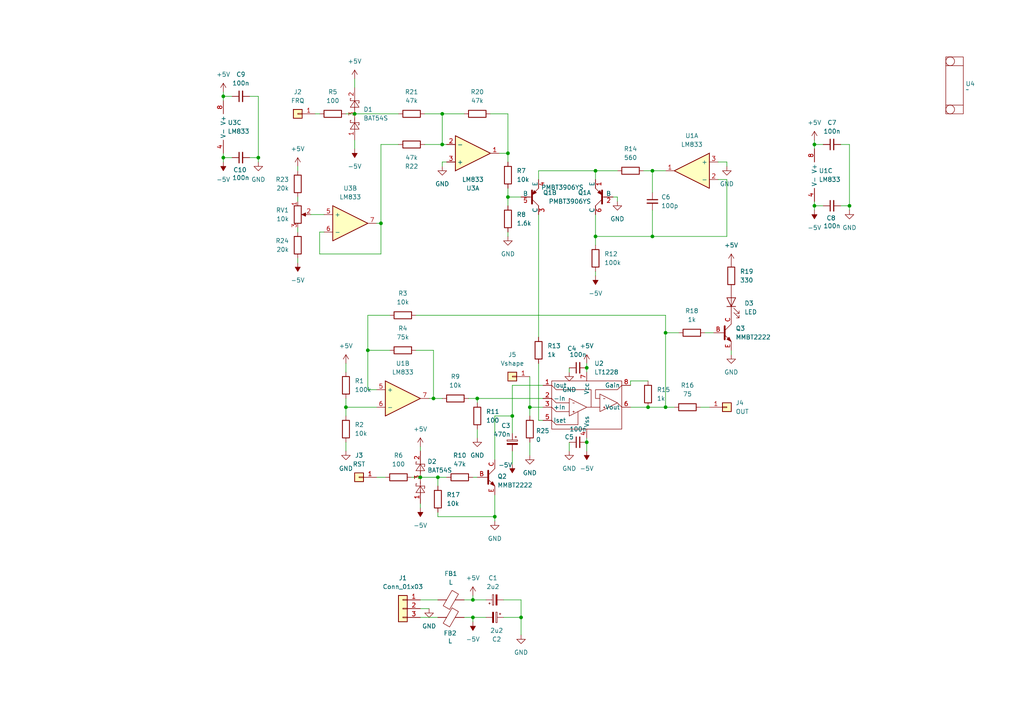
<source format=kicad_sch>
(kicad_sch (version 20231120) (generator "eeschema") (generator_version "8.0")
  (paper "A4")
  (lib_symbols
    (symbol "synkie_symbols:+5V" (power) (pin_names (offset 0))
      (property "Value" "+5V" (at 0 3.556 0))
      (symbol "+5V_0_1"
        (polyline (pts (xy -0.762 1.27) (xy 0 2.54)))
        (polyline (pts (xy 0 0) (xy 0 2.54)))
        (polyline (pts (xy 0 2.54) (xy 0.762 1.27)))
      )
      (symbol "+5V_1_1"
        (pin power_in line (at 0 0 90) (length 0) hide (name "+5V") (number "1"))
      )
    )
    (symbol "synkie_symbols:-5V" (power) (pin_names (offset 0))
      (property "Value" "-5V" (at 0 3.81 0))
      (symbol "-5V_0_0"
        (pin power_in line (at 0 0 90) (length 0) hide (name "-5V") (number "1"))
      )
      (symbol "-5V_0_1"
        (polyline (pts (xy 0 0) (xy 0 1.27) (xy 0.762 1.27) (xy 0 2.54) (xy -0.762 1.27) (xy 0 1.27)) (fill (type outline)))
      )
    )
    (symbol "synkie_symbols:BAT54S" (pin_names (offset 1.016))
      (property "Reference" "D" (at 0.635 -3.81 0))
      (property "Value" "BAT54S" (at -6.35 3.175 0))
      (symbol "BAT54S_0_1"
        (polyline (pts (xy -3.81 0) (xy -1.27 0)))
        (polyline (pts (xy -3.175 -1.27) (xy -3.175 -1.016)))
        (polyline (pts (xy -2.54 -1.27) (xy -3.175 -1.27)))
        (polyline (pts (xy -2.54 -1.27) (xy -2.54 1.27)))
        (polyline (pts (xy -2.54 1.27) (xy -1.905 1.27)))
        (polyline (pts (xy -1.905 0) (xy 1.905 0)))
        (polyline (pts (xy -1.905 1.27) (xy -1.905 1.016)))
        (polyline (pts (xy 1.27 0) (xy 3.81 0)))
        (polyline (pts (xy 3.175 -1.27) (xy 3.175 -1.016)))
        (polyline (pts (xy 3.81 -1.27) (xy 3.175 -1.27)))
        (polyline (pts (xy 3.81 -1.27) (xy 3.81 1.27)))
        (polyline (pts (xy 3.81 1.27) (xy 4.445 1.27)))
        (polyline (pts (xy 4.445 1.27) (xy 4.445 1.016)))
        (polyline (pts (xy -4.445 1.27) (xy -4.445 -1.27) (xy -2.54 0) (xy -4.445 1.27)))
        (polyline (pts (xy 1.905 1.27) (xy 1.905 -1.27) (xy 3.81 0) (xy 1.905 1.27)))
      )
      (symbol "BAT54S_1_1"
        (pin passive line (at -7.62 0 0) (length 3.81) (name "~") (number "1"))
        (pin passive line (at 7.62 0 180) (length 3.81) (name "~") (number "2"))
        (pin passive line (at 0 0 0) (length 0) (name "~") (number "3"))
      )
    )
    (symbol "synkie_symbols:CP_Small" (pin_numbers hide) (pin_names (offset 0.254) hide)
      (property "Reference" "C" (at 0.254 1.778 0))
      (property "Value" "CP_Small" (at 0.254 -2.032 0))
      (symbol "CP_Small_0_1"
        (rectangle (start -1.524 -0.3048) (end 1.524 -0.6858) (fill (type outline)))
        (rectangle (start -1.524 0.6858) (end 1.524 0.3048))
        (polyline (pts (xy -1.27 1.524) (xy -0.762 1.524)))
        (polyline (pts (xy -1.016 1.27) (xy -1.016 1.778)))
      )
      (symbol "CP_Small_1_1"
        (pin passive line (at 0 2.54 270) (length 1.8542) (name "~") (number "1"))
        (pin passive line (at 0 -2.54 90) (length 1.8542) (name "~") (number "2"))
      )
    )
    (symbol "synkie_symbols:C_Small" (pin_numbers hide) (pin_names (offset 0.254) hide)
      (property "Reference" "C" (at 0.254 1.778 0))
      (property "Value" "C_Small" (at 0.254 -2.032 0))
      (symbol "C_Small_0_1"
        (polyline (pts (xy -1.524 -0.508) (xy 1.524 -0.508)) (stroke (width 0.3302)))
        (polyline (pts (xy -1.524 0.508) (xy 1.524 0.508)) (stroke (width 0.3048)))
      )
      (symbol "C_Small_1_1"
        (pin passive line (at 0 2.54 270) (length 2.032) (name "~") (number "1"))
        (pin passive line (at 0 -2.54 90) (length 2.032) (name "~") (number "2"))
      )
    )
    (symbol "synkie_symbols:Conn_01x01" (pin_names (offset 1.016) hide)
      (property "Reference" "J" (at 0 2.54 0))
      (property "Value" "Conn_01x01" (at 0 -2.54 0))
      (symbol "Conn_01x01_1_1"
        (rectangle (start -1.27 0.127) (end 0 -0.127) (stroke (width 0.1524)))
        (rectangle (start -1.27 1.27) (end 1.27 -1.27) (stroke (width 0.254)) (fill (type background)))
        (pin passive line (at -5.08 0 0) (length 3.81) (name "Pin_1") (number "1"))
      )
    )
    (symbol "synkie_symbols:Conn_01x03" (pin_names (offset 1.016) hide)
      (property "Reference" "J" (at 0 5.08 0))
      (property "Value" "Conn_01x03" (at 0 -5.08 0))
      (symbol "Conn_01x03_1_1"
        (rectangle (start -1.27 -2.413) (end 0 -2.667) (stroke (width 0.1524)))
        (rectangle (start -1.27 0.127) (end 0 -0.127) (stroke (width 0.1524)))
        (rectangle (start -1.27 2.667) (end 0 2.413) (stroke (width 0.1524)))
        (rectangle (start -1.27 3.81) (end 1.27 -3.81) (stroke (width 0.254)) (fill (type background)))
        (pin passive line (at -5.08 2.54 0) (length 3.81) (name "Pin_1") (number "1"))
        (pin passive line (at -5.08 0 0) (length 3.81) (name "Pin_2") (number "2"))
        (pin passive line (at -5.08 -2.54 0) (length 3.81) (name "Pin_3") (number "3"))
      )
    )
    (symbol "synkie_symbols:Ferrite_Bead" (pin_numbers hide) (pin_names (offset 0))
      (property "Reference" "FB" (at -3.81 0.635 90))
      (property "Value" "Ferrite_Bead" (at 3.81 0 90))
      (symbol "Ferrite_Bead_0_1"
        (polyline (pts (xy 0 -1.27) (xy 0 -1.2192)))
        (polyline (pts (xy 0 1.27) (xy 0 1.2954)))
        (polyline (pts (xy -2.7686 0.4064) (xy -1.7018 2.2606) (xy 2.7686 -0.3048) (xy 1.6764 -2.159) (xy -2.7686 0.4064)))
      )
      (symbol "Ferrite_Bead_1_1"
        (pin passive line (at 0 3.81 270) (length 2.54) (name "~") (number "1"))
        (pin passive line (at 0 -3.81 90) (length 2.54) (name "~") (number "2"))
      )
    )
    (symbol "synkie_symbols:Frontplate"
      (property "Reference" "U" (at -0.762 -14.224 0))
      (symbol "Frontplate_0_1"
        (rectangle (start -1.27 3.81) (end 3.81 -12.7))
        (circle (center 0 -11.43) (radius 1.27))
        (polyline (pts (xy -1.27 -10.16) (xy 3.81 -10.16)))
        (polyline (pts (xy -1.27 1.27) (xy 3.81 1.27)))
        (circle (center 0 2.54) (radius 1.27))
      )
    )
    (symbol "synkie_symbols:GND" (power) (pin_names (offset 0))
      (property "Value" "GND" (at 0 -3.81 0))
      (symbol "GND_0_1"
        (polyline (pts (xy 0 0) (xy 0 -1.27) (xy 1.27 -1.27) (xy 0 -2.54) (xy -1.27 -1.27) (xy 0 -1.27)))
      )
      (symbol "GND_1_1"
        (pin power_in line (at 0 0 270) (length 0) hide (name "GND") (number "1"))
      )
    )
    (symbol "synkie_symbols:LED" (pin_numbers hide) (pin_names (offset 1.016) hide)
      (property "Reference" "D" (at 0 2.54 0))
      (property "Value" "LED" (at 0 -2.54 0))
      (symbol "LED_0_1"
        (polyline (pts (xy -1.27 -1.27) (xy -1.27 1.27)) (stroke (width 0.2032)))
        (polyline (pts (xy -1.27 0) (xy 1.27 0)))
        (polyline (pts (xy 1.27 -1.27) (xy 1.27 1.27) (xy -1.27 0) (xy 1.27 -1.27)) (stroke (width 0.2032)))
        (polyline (pts (xy -3.048 -0.762) (xy -4.572 -2.286) (xy -3.81 -2.286) (xy -4.572 -2.286) (xy -4.572 -1.524)))
        (polyline (pts (xy -1.778 -0.762) (xy -3.302 -2.286) (xy -2.54 -2.286) (xy -3.302 -2.286) (xy -3.302 -1.524)))
      )
      (symbol "LED_1_1"
        (pin passive line (at -3.81 0 0) (length 2.54) (name "K") (number "1"))
        (pin passive line (at 3.81 0 180) (length 2.54) (name "A") (number "2"))
      )
    )
    (symbol "synkie_symbols:LT1228"
      (property "Reference" "U" (at -8.89 8.89 0))
      (property "Value" "LT1228" (at -6.35 -7.62 0))
      (symbol "LT1228_0_0"
        (rectangle (start -10.16 7.62) (end 10.16 -6.35))
        (text "+" (at -3.81 -1.27 0) (effects (font (size 0.635 0.635))))
        (text "+" (at 5.08 0 0) (effects (font (size 0.635 0.635))))
        (text "-" (at -3.81 1.27 0) (effects (font (size 0.635 0.635))))
        (text "-" (at 5.08 2.54 0) (effects (font (size 0.635 0.635))))
      )
      (symbol "LT1228_0_1"
        (polyline (pts (xy 8.89 1.27) (xy 10.16 0)))
        (polyline (pts (xy -10.16 0) (xy -8.89 -1.27) (xy -5.08 -1.27)))
        (polyline (pts (xy -10.16 2.54) (xy -8.89 1.27) (xy -5.08 1.27)))
        (polyline (pts (xy -10.16 -3.81) (xy -8.89 -5.08) (xy -2.54 -5.08) (xy -2.54 -1.27)))
        (polyline (pts (xy -5.08 2.54) (xy -5.08 -2.54) (xy 0 0) (xy -5.08 2.54)))
        (polyline (pts (xy 3.81 3.81) (xy 3.81 -1.27) (xy 8.89 1.27) (xy 3.81 3.81)))
        (polyline (pts (xy 10.16 6.35) (xy 8.89 5.08) (xy 2.54 5.08) (xy 2.54 2.54) (xy 3.81 2.54)))
        (polyline (pts (xy 3.81 0) (xy 0 0) (xy 1.27 0) (xy 1.27 5.08) (xy -8.89 5.08) (xy -10.16 6.35)))
      )
      (symbol "LT1228_1_1"
        (pin passive line (at -12.7 6.35 0) (length 2.54) (name "Iout") (number "1"))
        (pin input line (at -12.7 2.54 0) (length 2.54) (name "-In") (number "2"))
        (pin input line (at -12.7 0 0) (length 2.54) (name "+In") (number "3"))
        (pin power_in line (at 0 -8.89 90) (length 2.54) (name "Vss") (number "4"))
        (pin input line (at -12.7 -3.81 0) (length 2.54) (name "Iset") (number "5"))
        (pin output line (at 12.7 0 180) (length 2.54) (name "Vout") (number "6"))
        (pin power_in line (at 0 10.16 270) (length 2.54) (name "Vcc") (number "7"))
        (pin input line (at 12.7 6.35 180) (length 2.54) (name "Gain") (number "8"))
      )
    )
    (symbol "synkie_symbols:Opamp_Dual_Generic"
      (property "Reference" "U" (at 0 5.08 0))
      (property "Value" "Opamp_Dual_Generic" (at 0 -5.08 0))
      (symbol "Opamp_Dual_Generic_1_1"
        (polyline (pts (xy -5.08 5.08) (xy 5.08 0) (xy -5.08 -5.08) (xy -5.08 5.08)) (stroke (width 0.254)) (fill (type background)))
        (pin output line (at 7.62 0 180) (length 2.54) (name "~") (number "1"))
        (pin input line (at -7.62 -2.54 0) (length 2.54) (name "-") (number "2"))
        (pin input line (at -7.62 2.54 0) (length 2.54) (name "+") (number "3"))
      )
      (symbol "Opamp_Dual_Generic_2_1"
        (polyline (pts (xy -5.08 5.08) (xy 5.08 0) (xy -5.08 -5.08) (xy -5.08 5.08)) (stroke (width 0.254)) (fill (type background)))
        (pin input line (at -7.62 2.54 0) (length 2.54) (name "+") (number "5"))
        (pin input line (at -7.62 -2.54 0) (length 2.54) (name "-") (number "6"))
        (pin output line (at 7.62 0 180) (length 2.54) (name "~") (number "7"))
      )
      (symbol "Opamp_Dual_Generic_3_1"
        (pin power_in line (at -2.54 -7.62 90) (length 3.81) (name "V-") (number "4"))
        (pin power_in line (at -2.54 7.62 270) (length 3.81) (name "V+") (number "8"))
      )
    )
    (symbol "synkie_symbols:PMBT3906YS" (pin_names (offset 0))
      (property "Reference" "Q" (at -3.81 3.81 0))
      (property "Value" "PMBT3906YS" (at 4.445 0 90))
      (symbol "PMBT3906YS_0_1"
        (polyline (pts (xy -1.27 0) (xy -0.635 0)))
        (polyline (pts (xy -0.635 0.635) (xy 1.27 2.54)))
        (polyline (pts (xy -0.635 1.905) (xy -0.635 -1.905)) (stroke (width 0.508)))
        (polyline (pts (xy 1.27 -2.54) (xy -0.635 -0.635)))
        (polyline (pts (xy 0.635 -1.27) (xy 0 -1.905) (xy -0.635 -0.635) (xy 0.635 -1.27)) (fill (type outline)))
      )
      (symbol "PMBT3906YS_1_1"
        (pin passive line (at 1.27 -5.08 90) (length 2.54) (name "E") (number "1"))
        (pin input line (at -3.81 0 0) (length 2.54) (name "B") (number "2"))
        (pin passive line (at 1.27 5.08 270) (length 2.54) (name "C") (number "6"))
      )
      (symbol "PMBT3906YS_2_1"
        (pin passive line (at 1.27 5.08 270) (length 2.54) (name "C") (number "3"))
        (pin passive line (at 1.27 -5.08 90) (length 2.54) (name "E") (number "4"))
        (pin input line (at -3.81 0 0) (length 2.54) (name "B") (number "5"))
      )
    )
    (symbol "synkie_symbols:R" (pin_numbers hide) (pin_names (offset 0))
      (property "Reference" "R" (at 2.032 0 90))
      (property "Value" "R" (at 0 0 90))
      (symbol "R_0_1"
        (rectangle (start -1.016 -2.54) (end 1.016 2.54) (stroke (width 0.254)))
      )
      (symbol "R_1_1"
        (pin passive line (at 0 3.81 270) (length 1.27) (name "~") (number "1"))
        (pin passive line (at 0 -3.81 90) (length 1.27) (name "~") (number "2"))
      )
    )
    (symbol "synkie_symbols:R_POT" (pin_names (offset 1.016) hide)
      (property "Reference" "RV" (at -4.445 0 90))
      (property "Value" "R_POT" (at -2.54 0 90))
      (symbol "R_POT_0_1"
        (polyline (pts (xy 2.54 0) (xy 1.524 0)))
        (polyline (pts (xy 1.143 0) (xy 2.286 0.508) (xy 2.286 -0.508) (xy 1.143 0)) (fill (type outline)))
        (rectangle (start 1.016 2.54) (end -1.016 -2.54) (stroke (width 0.254)))
      )
      (symbol "R_POT_1_1"
        (pin passive line (at 0 3.81 270) (length 1.27) (name "1") (number "1"))
        (pin passive line (at 3.81 0 180) (length 1.27) (name "2") (number "2"))
        (pin passive line (at 0 -3.81 90) (length 1.27) (name "3") (number "3"))
      )
    )
    (symbol "synkie_symbols:Trans_NPN_Generic" (pin_names (offset 0) hide)
      (property "Reference" "Q" (at 2.54 1.27 0))
      (property "Value" "Trans_NPN_Generic" (at 10.16 -1.27 0))
      (symbol "Trans_NPN_Generic_1_1"
        (polyline (pts (xy -1.27 0) (xy -0.635 0)))
        (polyline (pts (xy -0.635 0.635) (xy 1.27 2.54)))
        (polyline (pts (xy -0.635 1.905) (xy -0.635 -1.905)) (stroke (width 0.508)))
        (polyline (pts (xy 1.27 -2.54) (xy -0.635 -0.635)))
        (polyline (pts (xy 0 -1.905) (xy 0.635 -1.27) (xy 1.27 -2.54) (xy 0 -1.905)) (fill (type outline)))
        (pin input line (at -3.81 0 0) (length 2.54) (name "B") (number "B"))
        (pin passive line (at 1.27 5.08 270) (length 2.54) (name "C") (number "C"))
        (pin passive line (at 1.27 -5.08 90) (length 2.54) (name "E") (number "E"))
      )
    )
  )
  (junction (at 64.77 27.94))
  (junction (at 110.49 64.77))
  (junction (at 102.87 33.02))
  (junction (at 74.93 45.72))
  (junction (at 193.04 96.52))
  (junction (at 147.32 44.45))
  (junction (at 151.13 179.07))
  (junction (at 187.96 118.11))
  (junction (at 121.92 138.43))
  (junction (at 148.59 120.65))
  (junction (at 189.23 68.58))
  (junction (at 137.16 173.99))
  (junction (at 137.16 179.07))
  (junction (at 147.32 57.15))
  (junction (at 153.67 118.11))
  (junction (at 236.22 59.69))
  (junction (at 193.04 118.11))
  (junction (at 106.68 101.6))
  (junction (at 128.27 41.91))
  (junction (at 246.38 59.69))
  (junction (at 170.18 106.68))
  (junction (at 143.51 149.86))
  (junction (at 172.72 49.53))
  (junction (at 189.23 49.53))
  (junction (at 170.18 128.27))
  (junction (at 127 138.43))
  (junction (at 125.73 115.57))
  (junction (at 128.27 33.02))
  (junction (at 138.43 115.57))
  (junction (at 100.33 118.11))
  (junction (at 172.72 68.58))
  (junction (at 236.22 41.91))
  (junction (at 64.77 45.72))
  (wire (pts (xy 172.72 68.58) (xy 172.72 71.12)))
  (wire (pts (xy 125.73 115.57) (xy 125.73 101.6)))
  (wire (pts (xy 172.72 49.53) (xy 156.21 49.53)))
  (wire (pts (xy 189.23 49.53) (xy 193.04 49.53)))
  (wire (pts (xy 123.19 33.02) (xy 128.27 33.02)))
  (wire (pts (xy 100.33 118.11) (xy 109.22 118.11)))
  (wire (pts (xy 182.88 110.49) (xy 182.88 111.76)))
  (wire (pts (xy 236.22 59.69) (xy 238.76 59.69)))
  (wire (pts (xy 151.13 179.07) (xy 151.13 184.15)))
  (wire (pts (xy 151.13 173.99) (xy 151.13 179.07)))
  (wire (pts (xy 64.77 27.94) (xy 64.77 29.21)))
  (wire (pts (xy 148.59 111.76) (xy 157.48 111.76)))
  (wire (pts (xy 64.77 45.72) (xy 67.31 45.72)))
  (wire (pts (xy 109.22 138.43) (xy 111.76 138.43)))
  (wire (pts (xy 246.38 41.91) (xy 246.38 59.69)))
  (wire (pts (xy 72.39 27.94) (xy 74.93 27.94)))
  (wire (pts (xy 210.82 46.99) (xy 210.82 48.26)))
  (wire (pts (xy 144.78 44.45) (xy 147.32 44.45)))
  (wire (pts (xy 193.04 91.44) (xy 193.04 96.52)))
  (wire (pts (xy 246.38 59.69) (xy 246.38 60.96)))
  (wire (pts (xy 100.33 115.57) (xy 100.33 118.11)))
  (wire (pts (xy 64.77 26.67) (xy 64.77 27.94)))
  (wire (pts (xy 124.46 115.57) (xy 125.73 115.57)))
  (wire (pts (xy 170.18 106.68) (xy 170.18 107.95)))
  (wire (pts (xy 236.22 58.42) (xy 236.22 59.69)))
  (wire (pts (xy 246.38 59.69) (xy 243.84 59.69)))
  (wire (pts (xy 106.68 101.6) (xy 106.68 91.44)))
  (wire (pts (xy 147.32 44.45) (xy 147.32 46.99)))
  (wire (pts (xy 193.04 96.52) (xy 196.85 96.52)))
  (wire (pts (xy 125.73 101.6) (xy 120.65 101.6)))
  (wire (pts (xy 182.88 118.11) (xy 187.96 118.11)))
  (wire (pts (xy 64.77 44.45) (xy 64.77 45.72)))
  (wire (pts (xy 165.1 128.27) (xy 165.1 130.81)))
  (wire (pts (xy 74.93 45.72) (xy 72.39 45.72)))
  (wire (pts (xy 92.71 73.66) (xy 110.49 73.66)))
  (wire (pts (xy 123.19 41.91) (xy 128.27 41.91)))
  (wire (pts (xy 100.33 128.27) (xy 100.33 130.81)))
  (wire (pts (xy 121.92 179.07) (xy 127 179.07)))
  (wire (pts (xy 110.49 73.66) (xy 110.49 64.77)))
  (wire (pts (xy 172.72 49.53) (xy 172.72 52.07)))
  (wire (pts (xy 212.09 101.6) (xy 212.09 102.87)))
  (wire (pts (xy 128.27 46.99) (xy 128.27 48.26)))
  (wire (pts (xy 64.77 27.94) (xy 67.31 27.94)))
  (wire (pts (xy 86.36 74.93) (xy 86.36 76.2)))
  (wire (pts (xy 93.98 67.31) (xy 92.71 67.31)))
  (wire (pts (xy 204.47 96.52) (xy 207.01 96.52)))
  (wire (pts (xy 165.1 106.68) (xy 165.1 107.95)))
  (wire (pts (xy 156.21 121.92) (xy 157.48 121.92)))
  (wire (pts (xy 147.32 33.02) (xy 147.32 44.45)))
  (wire (pts (xy 189.23 68.58) (xy 210.82 68.58)))
  (wire (pts (xy 91.44 33.02) (xy 92.71 33.02)))
  (wire (pts (xy 187.96 118.11) (xy 193.04 118.11)))
  (wire (pts (xy 121.92 173.99) (xy 127 173.99)))
  (wire (pts (xy 186.69 49.53) (xy 189.23 49.53)))
  (wire (pts (xy 127 148.59) (xy 127 149.86)))
  (wire (pts (xy 148.59 130.81) (xy 148.59 134.62)))
  (wire (pts (xy 172.72 68.58) (xy 189.23 68.58)))
  (wire (pts (xy 179.07 57.15) (xy 179.07 58.42)))
  (wire (pts (xy 127 138.43) (xy 129.54 138.43)))
  (wire (pts (xy 189.23 49.53) (xy 189.23 55.88)))
  (wire (pts (xy 208.28 46.99) (xy 210.82 46.99)))
  (wire (pts (xy 110.49 64.77) (xy 110.49 41.91)))
  (wire (pts (xy 148.59 120.65) (xy 143.51 120.65)))
  (wire (pts (xy 156.21 62.23) (xy 156.21 97.79)))
  (wire (pts (xy 102.87 22.86) (xy 102.87 25.4)))
  (wire (pts (xy 170.18 127) (xy 170.18 128.27)))
  (wire (pts (xy 143.51 120.65) (xy 143.51 133.35)))
  (wire (pts (xy 100.33 33.02) (xy 102.87 33.02)))
  (wire (pts (xy 147.32 67.31) (xy 147.32 68.58)))
  (wire (pts (xy 210.82 52.07) (xy 208.28 52.07)))
  (wire (pts (xy 106.68 113.03) (xy 109.22 113.03)))
  (wire (pts (xy 138.43 124.46) (xy 138.43 127)))
  (wire (pts (xy 134.62 173.99) (xy 137.16 173.99)))
  (wire (pts (xy 113.03 101.6) (xy 106.68 101.6)))
  (wire (pts (xy 86.36 48.26) (xy 86.36 49.53)))
  (wire (pts (xy 127 138.43) (xy 127 140.97)))
  (wire (pts (xy 153.67 118.11) (xy 157.48 118.11)))
  (wire (pts (xy 172.72 62.23) (xy 172.72 68.58)))
  (wire (pts (xy 143.51 149.86) (xy 143.51 151.13)))
  (wire (pts (xy 147.32 57.15) (xy 147.32 59.69)))
  (wire (pts (xy 134.62 179.07) (xy 137.16 179.07)))
  (wire (pts (xy 189.23 60.96) (xy 189.23 68.58)))
  (wire (pts (xy 236.22 59.69) (xy 236.22 60.96)))
  (wire (pts (xy 172.72 78.74) (xy 172.72 80.01)))
  (wire (pts (xy 106.68 101.6) (xy 106.68 113.03)))
  (wire (pts (xy 177.8 57.15) (xy 179.07 57.15)))
  (wire (pts (xy 128.27 41.91) (xy 128.27 33.02)))
  (wire (pts (xy 156.21 105.41) (xy 156.21 121.92)))
  (wire (pts (xy 110.49 41.91) (xy 115.57 41.91)))
  (wire (pts (xy 125.73 115.57) (xy 128.27 115.57)))
  (wire (pts (xy 121.92 146.05) (xy 121.92 147.32)))
  (wire (pts (xy 170.18 105.41) (xy 170.18 106.68)))
  (wire (pts (xy 153.67 109.22) (xy 153.67 118.11)))
  (wire (pts (xy 146.05 179.07) (xy 151.13 179.07)))
  (wire (pts (xy 138.43 115.57) (xy 157.48 115.57)))
  (wire (pts (xy 153.67 118.11) (xy 153.67 120.65)))
  (wire (pts (xy 179.07 49.53) (xy 172.72 49.53)))
  (wire (pts (xy 142.24 33.02) (xy 147.32 33.02)))
  (wire (pts (xy 102.87 40.64) (xy 102.87 43.18)))
  (wire (pts (xy 236.22 43.18) (xy 236.22 41.91)))
  (wire (pts (xy 100.33 118.11) (xy 100.33 120.65)))
  (wire (pts (xy 148.59 111.76) (xy 148.59 120.65)))
  (wire (pts (xy 170.18 128.27) (xy 170.18 130.81)))
  (wire (pts (xy 129.54 46.99) (xy 128.27 46.99)))
  (wire (pts (xy 110.49 64.77) (xy 109.22 64.77)))
  (wire (pts (xy 127 149.86) (xy 143.51 149.86)))
  (wire (pts (xy 146.05 173.99) (xy 151.13 173.99)))
  (wire (pts (xy 137.16 172.72) (xy 137.16 173.99)))
  (wire (pts (xy 119.38 138.43) (xy 121.92 138.43)))
  (wire (pts (xy 74.93 27.94) (xy 74.93 45.72)))
  (wire (pts (xy 137.16 179.07) (xy 140.97 179.07)))
  (wire (pts (xy 102.87 33.02) (xy 115.57 33.02)))
  (wire (pts (xy 137.16 138.43) (xy 138.43 138.43)))
  (wire (pts (xy 137.16 179.07) (xy 137.16 180.34)))
  (wire (pts (xy 147.32 54.61) (xy 147.32 57.15)))
  (wire (pts (xy 86.36 66.04) (xy 86.36 67.31)))
  (wire (pts (xy 121.92 176.53) (xy 124.46 176.53)))
  (wire (pts (xy 64.77 45.72) (xy 64.77 46.99)))
  (wire (pts (xy 90.17 62.23) (xy 93.98 62.23)))
  (wire (pts (xy 121.92 138.43) (xy 127 138.43)))
  (wire (pts (xy 187.96 110.49) (xy 182.88 110.49)))
  (wire (pts (xy 137.16 173.99) (xy 140.97 173.99)))
  (wire (pts (xy 193.04 96.52) (xy 193.04 118.11)))
  (wire (pts (xy 121.92 129.54) (xy 121.92 130.81)))
  (wire (pts (xy 153.67 128.27) (xy 153.67 132.08)))
  (wire (pts (xy 156.21 49.53) (xy 156.21 52.07)))
  (wire (pts (xy 236.22 40.64) (xy 236.22 41.91)))
  (wire (pts (xy 243.84 41.91) (xy 246.38 41.91)))
  (wire (pts (xy 74.93 45.72) (xy 74.93 46.99)))
  (wire (pts (xy 86.36 57.15) (xy 86.36 58.42)))
  (wire (pts (xy 120.65 91.44) (xy 193.04 91.44)))
  (wire (pts (xy 138.43 115.57) (xy 138.43 116.84)))
  (wire (pts (xy 236.22 41.91) (xy 238.76 41.91)))
  (wire (pts (xy 210.82 68.58) (xy 210.82 52.07)))
  (wire (pts (xy 135.89 115.57) (xy 138.43 115.57)))
  (wire (pts (xy 128.27 33.02) (xy 134.62 33.02)))
  (wire (pts (xy 129.54 41.91) (xy 128.27 41.91)))
  (wire (pts (xy 203.2 118.11) (xy 205.74 118.11)))
  (wire (pts (xy 106.68 91.44) (xy 113.03 91.44)))
  (wire (pts (xy 92.71 67.31) (xy 92.71 73.66)))
  (wire (pts (xy 147.32 57.15) (xy 151.13 57.15)))
  (wire (pts (xy 148.59 120.65) (xy 148.59 125.73)))
  (wire (pts (xy 193.04 118.11) (xy 195.58 118.11)))
  (wire (pts (xy 143.51 143.51) (xy 143.51 149.86)))
  (wire (pts (xy 100.33 105.41) (xy 100.33 107.95)))
  (symbol (lib_id "synkie_symbols:C_Small") (at 167.64 106.68 90) (unit 1)
    (property "Reference" "C4" (at 165.862 101.092 90))
    (property "Value" "100n" (at 167.6463 102.87 90))
    (property "Footprint" "synkie_footprints:C_0603_1608Metric_Pad1.05x0.95mm_HandSolder" (effects (hide yes)))
    (property "Description" "Unpolarized capacitor, small symbol" (effects (hide yes)))
  )
  (symbol (lib_id "synkie_symbols:GND") (at 153.67 132.08 0) (unit 1)
    (property "Reference" "#PWR015" (effects (hide yes)))
    (property "Value" "GND" (at 153.67 137.16 0))
    (property "Description" "Power symbol creates a global label with name \"GND\" , ground" (effects (hide yes)))
  )
  (symbol (lib_id "synkie_symbols:CP_Small") (at 143.51 179.07 270) (unit 1)
    (property "Reference" "C2" (at 144.0561 185.42 90))
    (property "Value" "2u2" (at 144.0561 182.88 90))
    (property "Footprint" "synkie_footprints:C_1206_3216Metric_Pad1.42x1.75mm_HandSolder" (effects (hide yes)))
    (property "Description" "Polarized capacitor, small symbol" (effects (hide yes)))
  )
  (symbol (lib_id "synkie_symbols:R") (at 119.38 41.91 90) (unit 1)
    (property "Reference" "R22" (at 119.38 48.26 90))
    (property "Value" "47k" (at 119.38 45.72 90))
    (property "Footprint" "synkie_footprints:R_0805_2012Metric_Pad1.15x1.40mm_HandSolder" (effects (hide yes)))
    (property "Description" "Resistor" (effects (hide yes)))
  )
  (symbol (lib_id "synkie_symbols:GND") (at 74.93 46.99 0) (unit 1)
    (property "Reference" "#PWR033" (effects (hide yes)))
    (property "Value" "GND" (at 74.93 52.07 0))
    (property "Description" "Power symbol creates a global label with name \"GND\" , ground" (effects (hide yes)))
  )
  (symbol (lib_id "synkie_symbols:R") (at 127 144.78 180) (unit 1)
    (property "Reference" "R17" (at 129.54 143.5099 0) (effects (justify right)))
    (property "Value" "10k" (at 129.54 146.0499 0) (effects (justify right)))
    (property "Footprint" "synkie_footprints:R_0805_2012Metric_Pad1.15x1.40mm_HandSolder" (effects (hide yes)))
    (property "Description" "Resistor" (effects (hide yes)))
  )
  (symbol (lib_id "synkie_symbols:R") (at 100.33 111.76 180) (unit 1)
    (property "Reference" "R1" (at 102.87 110.4899 0) (effects (justify right)))
    (property "Value" "100k" (at 102.87 113.0299 0) (effects (justify right)))
    (property "Footprint" "synkie_footprints:R_0805_2012Metric_Pad1.15x1.40mm_HandSolder" (effects (hide yes)))
    (property "Description" "Resistor" (effects (hide yes)))
  )
  (symbol (lib_id "synkie_symbols:R") (at 147.32 50.8 180) (unit 1)
    (property "Reference" "R7" (at 149.86 49.5299 0) (effects (justify right)))
    (property "Value" "10k" (at 149.86 52.0699 0) (effects (justify right)))
    (property "Footprint" "synkie_footprints:R_0805_2012Metric_Pad1.15x1.40mm_HandSolder" (effects (hide yes)))
    (property "Description" "Resistor" (effects (hide yes)))
  )
  (symbol (lib_id "synkie_symbols:GND") (at 165.1 107.95 0) (unit 1)
    (property "Reference" "#PWR017" (effects (hide yes)))
    (property "Value" "GND" (at 165.1 113.03 0))
    (property "Description" "Power symbol creates a global label with name \"GND\" , ground" (effects (hide yes)))
  )
  (symbol (lib_id "synkie_symbols:+5V") (at 102.87 22.86 0) (unit 1)
    (property "Reference" "#PWR07" (effects (hide yes)))
    (property "Value" "+5V" (at 102.87 17.78 0))
    (property "Description" "Power symbol creates a global label with name \"+5V\"" (effects (hide yes)))
  )
  (symbol (lib_id "synkie_symbols:R") (at 172.72 74.93 180) (unit 1)
    (property "Reference" "R12" (at 175.26 73.6599 0) (effects (justify right)))
    (property "Value" "100k" (at 175.26 76.1999 0) (effects (justify right)))
    (property "Footprint" "synkie_footprints:R_0805_2012Metric_Pad1.15x1.40mm_HandSolder" (effects (hide yes)))
    (property "Description" "Resistor" (effects (hide yes)))
  )
  (symbol (lib_id "synkie_symbols:-5V") (at 137.16 180.34 180) (unit 1)
    (property "Reference" "#PWR03" (effects (hide yes)))
    (property "Value" "-5V" (at 137.16 185.42 0))
    (property "Description" "Power symbol creates a global label with name \"-5V\"" (effects (hide yes)))
  )
  (symbol (lib_id "synkie_symbols:R") (at 138.43 120.65 180) (unit 1)
    (property "Reference" "R11" (at 140.97 119.3799 0) (effects (justify right)))
    (property "Value" "100" (at 140.97 121.9199 0) (effects (justify right)))
    (property "Footprint" "synkie_footprints:R_0805_2012Metric_Pad1.15x1.40mm_HandSolder" (effects (hide yes)))
    (property "Description" "Resistor" (effects (hide yes)))
  )
  (symbol (lib_id "synkie_symbols:R") (at 86.36 53.34 0) (mirror x) (unit 1)
    (property "Reference" "R23" (at 83.82 52.0699 0) (effects (justify right)))
    (property "Value" "20k" (at 83.82 54.6099 0) (effects (justify right)))
    (property "Footprint" "synkie_footprints:R_0805_2012Metric_Pad1.15x1.40mm_HandSolder" (effects (hide yes)))
    (property "Description" "Resistor" (effects (hide yes)))
  )
  (symbol (lib_id "synkie_symbols:C_Small") (at 241.3 59.69 90) (unit 1)
    (property "Reference" "C8" (at 241.046 63.246 90))
    (property "Value" "100n" (at 241.3 65.532 90))
    (property "Footprint" "synkie_footprints:C_0603_1608Metric_Pad1.05x0.95mm_HandSolder" (effects (hide yes)))
    (property "Description" "Unpolarized capacitor, small symbol" (effects (hide yes)))
  )
  (symbol (lib_id "synkie_symbols:R") (at 182.88 49.53 90) (unit 1)
    (property "Reference" "R14" (at 182.88 43.18 90))
    (property "Value" "560" (at 182.88 45.72 90))
    (property "Footprint" "synkie_footprints:R_0805_2012Metric_Pad1.15x1.40mm_HandSolder" (effects (hide yes)))
    (property "Description" "Resistor" (effects (hide yes)))
  )
  (symbol (lib_id "synkie_symbols:R") (at 86.36 71.12 0) (mirror x) (unit 1)
    (property "Reference" "R24" (at 83.82 69.8499 0) (effects (justify right)))
    (property "Value" "20k" (at 83.82 72.3899 0) (effects (justify right)))
    (property "Footprint" "synkie_footprints:R_0805_2012Metric_Pad1.15x1.40mm_HandSolder" (effects (hide yes)))
    (property "Description" "Resistor" (effects (hide yes)))
  )
  (symbol (lib_id "synkie_symbols:GND") (at 100.33 130.81 0) (unit 1)
    (property "Reference" "#PWR06" (effects (hide yes)))
    (property "Value" "GND" (at 100.33 135.89 0))
    (property "Description" "Power symbol creates a global label with name \"GND\" , ground" (effects (hide yes)))
  )
  (symbol (lib_id "synkie_symbols:Conn_01x01") (at 86.36 33.02 180) (unit 1)
    (property "Reference" "J2" (at 86.36 26.67 0))
    (property "Value" "FRQ" (at 86.36 29.21 0))
    (property "Footprint" "synkie_footprints:Solderpad-SYNKIEPAD-2mm" (effects (hide yes)))
    (property "Description" "Generic connector, single row, 01x01, script generated (kicad-library-utils/schlib/autogen/connector/)" (effects (hide yes)))
  )
  (symbol (lib_id "synkie_symbols:Conn_01x03") (at 116.84 176.53 0) (mirror y) (unit 1)
    (property "Reference" "J1" (at 116.84 167.64 0))
    (property "Value" "Conn_01x03" (at 116.84 170.18 0))
    (property "Footprint" "synkie_footprints:Molex_KK-254_AE-6410-03A_1x03_P2.54mm_Vertical_SMD" (effects (hide yes)))
    (property "Description" "Generic connector, single row, 01x03, script generated (kicad-library-utils/schlib/autogen/connector/)" (effects (hide yes)))
  )
  (symbol (lib_id "synkie_symbols:-5V") (at 170.18 130.81 180) (unit 1)
    (property "Reference" "#PWR020" (effects (hide yes)))
    (property "Value" "-5V" (at 170.18 135.89 0))
    (property "Description" "Power symbol creates a global label with name \"-5V\"" (effects (hide yes)))
  )
  (symbol (lib_id "synkie_symbols:GND") (at 212.09 102.87 0) (unit 1)
    (property "Reference" "#PWR026" (effects (hide yes)))
    (property "Value" "GND" (at 212.09 107.95 0))
    (property "Description" "Power symbol creates a global label with name \"GND\" , ground" (effects (hide yes)))
  )
  (symbol (lib_id "synkie_symbols:C_Small") (at 69.85 27.94 90) (unit 1)
    (property "Reference" "C9" (at 69.8563 21.59 90))
    (property "Value" "100n" (at 69.8563 24.13 90))
    (property "Footprint" "synkie_footprints:C_0603_1608Metric_Pad1.05x0.95mm_HandSolder" (effects (hide yes)))
    (property "Description" "Unpolarized capacitor, small symbol" (effects (hide yes)))
  )
  (symbol (lib_id "synkie_symbols:+5V") (at 86.36 48.26 0) (unit 1)
    (property "Reference" "#PWR029" (effects (hide yes)))
    (property "Value" "+5V" (at 86.36 43.18 0))
    (property "Description" "Power symbol creates a global label with name \"+5V\"" (effects (hide yes)))
  )
  (symbol (lib_id "synkie_symbols:Conn_01x01") (at 210.82 118.11 0) (unit 1)
    (property "Reference" "J4" (at 213.36 116.8399 0) (effects (justify left)))
    (property "Value" "OUT" (at 213.36 119.3799 0) (effects (justify left)))
    (property "Footprint" "synkie_footprints:Solderpad-SYNKIEPAD-2mm" (effects (hide yes)))
    (property "Description" "Generic connector, single row, 01x01, script generated (kicad-library-utils/schlib/autogen/connector/)" (effects (hide yes)))
  )
  (symbol (lib_id "synkie_symbols:R") (at 212.09 80.01 180) (unit 1)
    (property "Reference" "R19" (at 214.63 78.7399 0) (effects (justify right)))
    (property "Value" "330" (at 214.63 81.2799 0) (effects (justify right)))
    (property "Footprint" "synkie_footprints:R_0805_2012Metric_Pad1.15x1.40mm_HandSolder" (effects (hide yes)))
    (property "Description" "Resistor" (effects (hide yes)))
  )
  (symbol (lib_id "synkie_symbols:GND") (at 124.46 176.53 0) (unit 1)
    (property "Reference" "#PWR01" (effects (hide yes)))
    (property "Value" "GND" (at 124.46 181.61 0))
    (property "Description" "Power symbol creates a global label with name \"GND\" , ground" (effects (hide yes)))
  )
  (symbol (lib_id "synkie_symbols:PMBT3906YS") (at 154.94 57.15 0) (mirror x) (unit 2)
    (property "Reference" "Q1" (at 157.48 55.8799 0) (effects (justify left)))
    (property "Value" "PMBT3906YS" (at 156.972 54.356 0) (effects (justify left)))
    (property "Footprint" "synkie_footprints:SOT-363_SC-70-6_Handsoldering" (effects (hide yes)))
  )
  (symbol (lib_id "synkie_symbols:LED") (at 212.09 87.63 90) (unit 1)
    (property "Reference" "D3" (at 215.9 87.9601 90) (effects (justify right)))
    (property "Value" "LED" (at 215.9 90.5001 90) (effects (justify right)))
    (property "Footprint" "LED_SMD:LED_0805_2012Metric" (effects (hide yes)))
    (property "Description" "Light emitting diode" (effects (hide yes)))
  )
  (symbol (lib_id "synkie_symbols:C_Small") (at 241.3 41.91 90) (unit 1)
    (property "Reference" "C7" (at 241.3063 35.56 90))
    (property "Value" "100n" (at 241.3063 38.1 90))
    (property "Footprint" "synkie_footprints:C_0603_1608Metric_Pad1.05x0.95mm_HandSolder" (effects (hide yes)))
    (property "Description" "Unpolarized capacitor, small symbol" (effects (hide yes)))
  )
  (symbol (lib_id "synkie_symbols:R") (at 156.21 101.6 180) (unit 1)
    (property "Reference" "R13" (at 158.75 100.3299 0) (effects (justify right)))
    (property "Value" "1k" (at 158.75 102.8699 0) (effects (justify right)))
    (property "Footprint" "synkie_footprints:R_0805_2012Metric_Pad1.15x1.40mm_HandSolder" (effects (hide yes)))
    (property "Description" "Resistor" (effects (hide yes)))
  )
  (symbol (lib_id "synkie_symbols:BAT54S") (at 121.92 138.43 90) (unit 1)
    (property "Reference" "D2" (at 123.952 133.858 90) (effects (justify right)))
    (property "Value" "BAT54S" (at 123.952 136.398 90) (effects (justify right)))
    (property "Footprint" "Package_TO_SOT_SMD:SOT-23" (effects (hide yes)))
    (property "Datasheet" "https://www.diodes.com/assets/Datasheets/ds11005.pdf" (effects (hide yes)))
    (property "Description" "schottky barrier diode" (effects (hide yes)))
  )
  (symbol (lib_id "synkie_symbols:BAT54S") (at 102.87 33.02 90) (unit 1)
    (property "Reference" "D1" (at 105.41 31.7499 90) (effects (justify right)))
    (property "Value" "BAT54S" (at 105.41 34.2899 90) (effects (justify right)))
    (property "Footprint" "Package_TO_SOT_SMD:SOT-23" (effects (hide yes)))
    (property "Datasheet" "https://www.diodes.com/assets/Datasheets/ds11005.pdf" (effects (hide yes)))
    (property "Description" "schottky barrier diode" (effects (hide yes)))
  )
  (symbol (lib_id "synkie_symbols:GND") (at 138.43 127 0) (unit 1)
    (property "Reference" "#PWR011" (effects (hide yes)))
    (property "Value" "GND" (at 138.43 132.08 0))
    (property "Description" "Power symbol creates a global label with name \"GND\" , ground" (effects (hide yes)))
  )
  (symbol (lib_id "synkie_symbols:R") (at 133.35 138.43 90) (unit 1)
    (property "Reference" "R10" (at 133.35 132.08 90))
    (property "Value" "47k" (at 133.35 134.62 90))
    (property "Footprint" "synkie_footprints:R_0805_2012Metric_Pad1.15x1.40mm_HandSolder" (effects (hide yes)))
    (property "Description" "Resistor" (effects (hide yes)))
  )
  (symbol (lib_id "synkie_symbols:GND") (at 128.27 48.26 0) (unit 1)
    (property "Reference" "#PWR028" (effects (hide yes)))
    (property "Value" "GND" (at 128.27 53.34 0))
    (property "Description" "Power symbol creates a global label with name \"GND\" , ground" (effects (hide yes)))
  )
  (symbol (lib_id "synkie_symbols:+5V") (at 121.92 129.54 0) (unit 1)
    (property "Reference" "#PWR09" (effects (hide yes)))
    (property "Value" "+5V" (at 121.92 124.46 0))
    (property "Description" "Power symbol creates a global label with name \"+5V\"" (effects (hide yes)))
  )
  (symbol (lib_id "synkie_symbols:Trans_NPN_Generic") (at 142.24 138.43 0) (unit 1)
    (property "Reference" "Q2" (at 144.272 138.176 0) (effects (justify left)))
    (property "Value" "MMBT2222" (at 144.272 140.716 0) (effects (justify left)))
    (property "Footprint" "synkie_footprints:SOT-23_BEC" (effects (hide yes)))
    (property "Description" "Generic NPN transistor" (effects (hide yes)))
  )
  (symbol (lib_id "synkie_symbols:C_Small") (at 167.64 128.27 90) (unit 1)
    (property "Reference" "C5" (at 165.1 126.746 90))
    (property "Value" "100n" (at 167.6463 124.46 90))
    (property "Footprint" "synkie_footprints:C_0603_1608Metric_Pad1.05x0.95mm_HandSolder" (effects (hide yes)))
    (property "Description" "Unpolarized capacitor, small symbol" (effects (hide yes)))
  )
  (symbol (lib_id "synkie_symbols:-5V") (at 236.22 60.96 180) (unit 1)
    (property "Reference" "#PWR023" (effects (hide yes)))
    (property "Value" "-5V" (at 236.22 66.04 0))
    (property "Description" "Power symbol creates a global label with name \"-5V\"" (effects (hide yes)))
  )
  (symbol (lib_id "synkie_symbols:-5V") (at 102.87 43.18 180) (unit 1)
    (property "Reference" "#PWR08" (effects (hide yes)))
    (property "Value" "-5V" (at 102.87 48.26 0))
    (property "Description" "Power symbol creates a global label with name \"-5V\"" (effects (hide yes)))
  )
  (symbol (lib_id "synkie_symbols:R_POT") (at 86.36 62.23 0) (unit 1)
    (property "Reference" "RV1" (at 83.82 60.9599 0) (effects (justify right)))
    (property "Value" "10k" (at 83.82 63.4999 0) (effects (justify right)))
    (property "Footprint" "synkie_frontplate_footprints:Alps_RK097_Frontplate" (effects (hide yes)))
    (property "Description" "Potentiometer" (effects (hide yes)))
  )
  (symbol (lib_id "synkie_symbols:CP_Small") (at 148.59 128.27 0) (mirror y) (unit 1)
    (property "Reference" "C3" (at 148.082 123.444 0) (effects (justify left)))
    (property "Value" "470n" (at 148.082 125.984 0) (effects (justify left)))
    (property "Footprint" "synkie_footprints:C_1206_3216Metric_Pad1.42x1.75mm_HandSolder" (effects (hide yes)))
    (property "Description" "Polarized capacitor, small symbol" (effects (hide yes)))
  )
  (symbol (lib_id "synkie_symbols:R") (at 138.43 33.02 90) (mirror x) (unit 1)
    (property "Reference" "R20" (at 138.43 26.67 90))
    (property "Value" "47k" (at 138.43 29.21 90))
    (property "Footprint" "synkie_footprints:R_0805_2012Metric_Pad1.15x1.40mm_HandSolder" (effects (hide yes)))
    (property "Description" "Resistor" (effects (hide yes)))
  )
  (symbol (lib_id "synkie_symbols:LT1228") (at 170.18 118.11 0) (unit 1)
    (property "Reference" "U2" (at 172.3741 105.41 0) (effects (justify left)))
    (property "Value" "LT1228" (at 172.3741 107.95 0) (effects (justify left)))
    (property "Footprint" "synkie_footprints:SOIC-8_3.9x4.9mm_P1.27mm" (effects (hide yes)))
    (property "Description" "LT1228 CFA with gain control" (effects (hide yes)))
  )
  (symbol (lib_id "synkie_symbols:Ferrite_Bead") (at 130.81 179.07 90) (unit 1)
    (property "Reference" "FB2" (at 130.556 183.642 90))
    (property "Value" "L" (at 130.556 185.928 90))
    (property "Footprint" "synkie_footprints:L_0805_2012Metric_Pad1.15x1.40mm_HandSolder" (effects (hide yes)))
    (property "Description" "Ferrite bead" (effects (hide yes)))
  )
  (symbol (lib_id "synkie_symbols:R") (at 116.84 101.6 90) (unit 1)
    (property "Reference" "R4" (at 116.84 95.25 90))
    (property "Value" "75k" (at 116.84 97.79 90))
    (property "Footprint" "synkie_footprints:R_0805_2012Metric_Pad1.15x1.40mm_HandSolder" (effects (hide yes)))
    (property "Description" "Resistor" (effects (hide yes)))
  )
  (symbol (lib_id "synkie_symbols:CP_Small") (at 143.51 173.99 90) (unit 1)
    (property "Reference" "C1" (at 142.9639 167.64 90))
    (property "Value" "2u2" (at 142.9639 170.18 90))
    (property "Footprint" "synkie_footprints:C_1206_3216Metric_Pad1.42x1.75mm_HandSolder" (effects (hide yes)))
    (property "Description" "Polarized capacitor, small symbol" (effects (hide yes)))
  )
  (symbol (lib_id "synkie_symbols:-5V") (at 121.92 147.32 180) (unit 1)
    (property "Reference" "#PWR025" (effects (hide yes)))
    (property "Value" "-5V" (at 121.92 152.4 0))
    (property "Description" "Power symbol creates a global label with name \"-5V\"" (effects (hide yes)))
  )
  (symbol (lib_id "synkie_symbols:Conn_01x01") (at 104.14 138.43 180) (unit 1)
    (property "Reference" "J3" (at 104.14 132.08 0))
    (property "Value" "RST" (at 104.14 134.62 0))
    (property "Footprint" "synkie_footprints:Solderpad-SYNKIEPAD-2mm" (effects (hide yes)))
    (property "Description" "Generic connector, single row, 01x01, script generated (kicad-library-utils/schlib/autogen/connector/)" (effects (hide yes)))
  )
  (symbol (lib_id "synkie_symbols:R") (at 116.84 91.44 90) (unit 1)
    (property "Reference" "R3" (at 116.84 85.09 90))
    (property "Value" "10k" (at 116.84 87.63 90))
    (property "Footprint" "synkie_footprints:R_0805_2012Metric_Pad1.15x1.40mm_HandSolder" (effects (hide yes)))
    (property "Description" "Resistor" (effects (hide yes)))
  )
  (symbol (lib_id "synkie_symbols:Opamp_Dual_Generic") (at 233.68 50.8 0) (mirror y) (unit 3)
    (property "Reference" "U1" (at 237.49 49.5299 0) (effects (justify right)))
    (property "Value" "LM833" (at 237.49 52.0699 0) (effects (justify right)))
    (property "Footprint" "synkie_footprints:SOIC-8_3.9x4.9mm_P1.27mm" (effects (hide yes)))
    (property "Description" "Dual operational amplifier" (effects (hide yes)))
  )
  (symbol (lib_id "synkie_symbols:R") (at 200.66 96.52 90) (unit 1)
    (property "Reference" "R18" (at 200.66 90.17 90))
    (property "Value" "1k" (at 200.66 92.71 90))
    (property "Footprint" "synkie_footprints:R_0805_2012Metric_Pad1.15x1.40mm_HandSolder" (effects (hide yes)))
    (property "Description" "Resistor" (effects (hide yes)))
  )
  (symbol (lib_id "synkie_symbols:R") (at 187.96 114.3 0) (unit 1)
    (property "Reference" "R15" (at 190.5 113.0299 0) (effects (justify left)))
    (property "Value" "1k" (at 190.5 115.5699 0) (effects (justify left)))
    (property "Footprint" "synkie_footprints:R_0805_2012Metric_Pad1.15x1.40mm_HandSolder" (effects (hide yes)))
    (property "Description" "Resistor" (effects (hide yes)))
  )
  (symbol (lib_id "synkie_symbols:Conn_01x01") (at 148.59 109.22 180) (unit 1)
    (property "Reference" "J5" (at 148.59 102.87 0))
    (property "Value" "Vshape" (at 148.59 105.41 0))
    (property "Footprint" "TestPoint:TestPoint_Pad_2.0x2.0mm" (effects (hide yes)))
    (property "Description" "Generic connector, single row, 01x01, script generated (kicad-library-utils/schlib/autogen/connector/)" (effects (hide yes)))
  )
  (symbol (lib_id "synkie_symbols:+5V") (at 100.33 105.41 0) (unit 1)
    (property "Reference" "#PWR05" (effects (hide yes)))
    (property "Value" "+5V" (at 100.33 100.33 0))
    (property "Description" "Power symbol creates a global label with name \"+5V\"" (effects (hide yes)))
  )
  (symbol (lib_id "synkie_symbols:-5V") (at 64.77 46.99 180) (unit 1)
    (property "Reference" "#PWR032" (effects (hide yes)))
    (property "Value" "-5V" (at 64.77 52.07 0))
    (property "Description" "Power symbol creates a global label with name \"-5V\"" (effects (hide yes)))
  )
  (symbol (lib_id "synkie_symbols:-5V") (at 172.72 80.01 180) (unit 1)
    (property "Reference" "#PWR012" (effects (hide yes)))
    (property "Value" "-5V" (at 172.72 85.09 0))
    (property "Description" "Power symbol creates a global label with name \"-5V\"" (effects (hide yes)))
  )
  (symbol (lib_id "synkie_symbols:Opamp_Dual_Generic") (at 67.31 36.83 0) (unit 3)
    (property "Reference" "U3" (at 66.04 35.5599 0) (effects (justify left)))
    (property "Value" "LM833" (at 66.04 38.0999 0) (effects (justify left)))
    (property "Footprint" "synkie_footprints:SOIC-8_3.9x4.9mm_P1.27mm" (effects (hide yes)))
    (property "Description" "Dual operational amplifier" (effects (hide yes)))
  )
  (symbol (lib_id "synkie_symbols:GND") (at 210.82 48.26 0) (unit 1)
    (property "Reference" "#PWR021" (effects (hide yes)))
    (property "Value" "GND" (at 210.82 53.34 0))
    (property "Description" "Power symbol creates a global label with name \"GND\" , ground" (effects (hide yes)))
  )
  (symbol (lib_id "synkie_symbols:R") (at 119.38 33.02 90) (mirror x) (unit 1)
    (property "Reference" "R21" (at 119.38 26.67 90))
    (property "Value" "47k" (at 119.38 29.21 90))
    (property "Footprint" "synkie_footprints:R_0805_2012Metric_Pad1.15x1.40mm_HandSolder" (effects (hide yes)))
    (property "Description" "Resistor" (effects (hide yes)))
  )
  (symbol (lib_id "synkie_symbols:PMBT3906YS") (at 173.99 57.15 180) (unit 1)
    (property "Reference" "Q1" (at 171.45 55.8799 0) (effects (justify left)))
    (property "Value" "PMBT3906YS" (at 171.45 58.4199 0) (effects (justify left)))
    (property "Footprint" "synkie_footprints:SOT-363_SC-70-6_Handsoldering" (effects (hide yes)))
  )
  (symbol (lib_id "synkie_symbols:Opamp_Dual_Generic") (at 137.16 44.45 0) (mirror x) (unit 1)
    (property "Reference" "U3" (at 137.16 54.61 0))
    (property "Value" "LM833" (at 137.16 52.07 0))
    (property "Footprint" "synkie_footprints:SOIC-8_3.9x4.9mm_P1.27mm" (effects (hide yes)))
    (property "Description" "Dual operational amplifier" (effects (hide yes)))
  )
  (symbol (lib_id "synkie_symbols:Opamp_Dual_Generic") (at 200.66 49.53 0) (mirror y) (unit 1)
    (property "Reference" "U1" (at 200.66 39.37 0))
    (property "Value" "LM833" (at 200.66 41.91 0))
    (property "Footprint" "synkie_footprints:SOIC-8_3.9x4.9mm_P1.27mm" (effects (hide yes)))
    (property "Description" "Dual operational amplifier" (effects (hide yes)))
  )
  (symbol (lib_id "synkie_symbols:C_Small") (at 69.85 45.72 90) (unit 1)
    (property "Reference" "C10" (at 69.596 49.276 90))
    (property "Value" "100n" (at 69.85 51.562 90))
    (property "Footprint" "synkie_footprints:C_0603_1608Metric_Pad1.05x0.95mm_HandSolder" (effects (hide yes)))
    (property "Description" "Unpolarized capacitor, small symbol" (effects (hide yes)))
  )
  (symbol (lib_id "synkie_symbols:Opamp_Dual_Generic") (at 101.6 64.77 0) (unit 2)
    (property "Reference" "U3" (at 101.6 54.61 0))
    (property "Value" "LM833" (at 101.6 57.15 0))
    (property "Footprint" "synkie_footprints:SOIC-8_3.9x4.9mm_P1.27mm" (effects (hide yes)))
    (property "Description" "Dual operational amplifier" (effects (hide yes)))
  )
  (symbol (lib_id "synkie_symbols:GND") (at 179.07 58.42 0) (unit 1)
    (property "Reference" "#PWR016" (effects (hide yes)))
    (property "Value" "GND" (at 179.07 63.5 0))
    (property "Description" "Power symbol creates a global label with name \"GND\" , ground" (effects (hide yes)))
  )
  (symbol (lib_id "synkie_symbols:+5V") (at 137.16 172.72 0) (unit 1)
    (property "Reference" "#PWR02" (effects (hide yes)))
    (property "Value" "+5V" (at 137.16 167.64 0))
    (property "Description" "Power symbol creates a global label with name \"+5V\"" (effects (hide yes)))
  )
  (symbol (lib_id "synkie_symbols:GND") (at 143.51 151.13 0) (unit 1)
    (property "Reference" "#PWR013" (effects (hide yes)))
    (property "Value" "GND" (at 143.51 156.21 0))
    (property "Description" "Power symbol creates a global label with name \"GND\" , ground" (effects (hide yes)))
  )
  (symbol (lib_id "synkie_symbols:Opamp_Dual_Generic") (at 116.84 115.57 0) (unit 2)
    (property "Reference" "U1" (at 116.84 105.41 0))
    (property "Value" "LM833" (at 116.84 107.95 0))
    (property "Footprint" "synkie_footprints:SOIC-8_3.9x4.9mm_P1.27mm" (effects (hide yes)))
    (property "Description" "Dual operational amplifier" (effects (hide yes)))
  )
  (symbol (lib_id "synkie_symbols:R") (at 199.39 118.11 90) (unit 1)
    (property "Reference" "R16" (at 199.39 111.76 90))
    (property "Value" "75" (at 199.39 114.3 90))
    (property "Footprint" "synkie_footprints:R_0805_2012Metric_Pad1.15x1.40mm_HandSolder" (effects (hide yes)))
    (property "Description" "Resistor" (effects (hide yes)))
  )
  (symbol (lib_id "synkie_symbols:+5V") (at 212.09 76.2 0) (unit 1)
    (property "Reference" "#PWR027" (effects (hide yes)))
    (property "Value" "+5V" (at 212.09 71.12 0))
    (property "Description" "Power symbol creates a global label with name \"+5V\"" (effects (hide yes)))
  )
  (symbol (lib_id "synkie_symbols:Ferrite_Bead") (at 130.81 173.99 90) (unit 1)
    (property "Reference" "FB1" (at 130.7592 166.37 90))
    (property "Value" "L" (at 130.7592 168.91 90))
    (property "Footprint" "synkie_footprints:L_0805_2012Metric_Pad1.15x1.40mm_HandSolder" (effects (hide yes)))
    (property "Description" "Ferrite bead" (effects (hide yes)))
  )
  (symbol (lib_id "synkie_symbols:R") (at 100.33 124.46 180) (unit 1)
    (property "Reference" "R2" (at 102.87 123.1899 0) (effects (justify right)))
    (property "Value" "10k" (at 102.87 125.7299 0) (effects (justify right)))
    (property "Footprint" "synkie_footprints:R_0805_2012Metric_Pad1.15x1.40mm_HandSolder" (effects (hide yes)))
    (property "Description" "Resistor" (effects (hide yes)))
  )
  (symbol (lib_id "synkie_symbols:Trans_NPN_Generic") (at 210.82 96.52 0) (unit 1)
    (property "Reference" "Q3" (at 213.36 95.2499 0) (effects (justify left)))
    (property "Value" "MMBT2222" (at 213.36 97.7899 0) (effects (justify left)))
    (property "Footprint" "synkie_footprints:SOT-23_BEC" (effects (hide yes)))
    (property "Description" "Generic NPN transistor" (effects (hide yes)))
  )
  (symbol (lib_id "synkie_symbols:R") (at 132.08 115.57 90) (unit 1)
    (property "Reference" "R9" (at 132.08 109.22 90))
    (property "Value" "10k" (at 132.08 111.76 90))
    (property "Footprint" "synkie_footprints:R_0805_2012Metric_Pad1.15x1.40mm_HandSolder" (effects (hide yes)))
    (property "Description" "Resistor" (effects (hide yes)))
  )
  (symbol (lib_id "synkie_symbols:Frontplate") (at 275.59 20.32 0) (unit 1)
    (property "Reference" "U4" (at 280.035 24.2958 0) (effects (justify left)))
    (property "Value" "~" (at 280.035 25.9772 0) (effects (justify left)))
    (property "Footprint" "synkie_frontplate_footprints:Frontplate_20mm" (effects (hide yes)))
  )
  (symbol (lib_id "synkie_symbols:GND") (at 147.32 68.58 0) (unit 1)
    (property "Reference" "#PWR010" (effects (hide yes)))
    (property "Value" "GND" (at 147.32 73.66 0))
    (property "Description" "Power symbol creates a global label with name \"GND\" , ground" (effects (hide yes)))
  )
  (symbol (lib_id "synkie_symbols:R") (at 153.67 124.46 180) (unit 1)
    (property "Reference" "R25" (at 155.448 124.968 0) (effects (justify right)))
    (property "Value" "0" (at 155.448 127.508 0) (effects (justify right)))
    (property "Footprint" "synkie_footprints:R_0805_2012Metric_Pad1.15x1.40mm_HandSolder" (effects (hide yes)))
    (property "Description" "Resistor" (effects (hide yes)))
  )
  (symbol (lib_id "synkie_symbols:GND") (at 246.38 60.96 0) (unit 1)
    (property "Reference" "#PWR024" (effects (hide yes)))
    (property "Value" "GND" (at 246.38 66.04 0))
    (property "Description" "Power symbol creates a global label with name \"GND\" , ground" (effects (hide yes)))
  )
  (symbol (lib_id "synkie_symbols:R") (at 147.32 63.5 180) (unit 1)
    (property "Reference" "R8" (at 149.86 62.2299 0) (effects (justify right)))
    (property "Value" "1.6k" (at 149.86 64.7699 0) (effects (justify right)))
    (property "Footprint" "synkie_footprints:R_0805_2012Metric_Pad1.15x1.40mm_HandSolder" (effects (hide yes)))
    (property "Description" "Resistor" (effects (hide yes)))
  )
  (symbol (lib_id "synkie_symbols:-5V") (at 86.36 76.2 180) (unit 1)
    (property "Reference" "#PWR030" (effects (hide yes)))
    (property "Value" "-5V" (at 86.36 81.28 0))
    (property "Description" "Power symbol creates a global label with name \"-5V\"" (effects (hide yes)))
  )
  (symbol (lib_id "synkie_symbols:-5V") (at 148.59 134.62 180) (unit 1)
    (property "Reference" "#PWR014" (effects (hide yes)))
    (property "Value" "-5V" (at 146.558 134.874 0))
    (property "Description" "Power symbol creates a global label with name \"-5V\"" (effects (hide yes)))
  )
  (symbol (lib_id "synkie_symbols:C_Small") (at 189.23 58.42 0) (unit 1)
    (property "Reference" "C6" (at 191.77 57.1562 0) (effects (justify left)))
    (property "Value" "100p" (at 191.77 59.6962 0) (effects (justify left)))
    (property "Footprint" "synkie_footprints:C_0603_1608Metric_Pad1.05x0.95mm_HandSolder" (effects (hide yes)))
    (property "Description" "Unpolarized capacitor, small symbol" (effects (hide yes)))
  )
  (symbol (lib_id "synkie_symbols:+5V") (at 64.77 26.67 0) (unit 1)
    (property "Reference" "#PWR031" (effects (hide yes)))
    (property "Value" "+5V" (at 64.77 21.59 0))
    (property "Description" "Power symbol creates a global label with name \"+5V\"" (effects (hide yes)))
  )
  (symbol (lib_id "synkie_symbols:GND") (at 165.1 130.81 0) (unit 1)
    (property "Reference" "#PWR018" (effects (hide yes)))
    (property "Value" "GND" (at 165.1 135.89 0))
    (property "Description" "Power symbol creates a global label with name \"GND\" , ground" (effects (hide yes)))
  )
  (symbol (lib_id "synkie_symbols:R") (at 115.57 138.43 90) (unit 1)
    (property "Reference" "R6" (at 115.57 132.08 90))
    (property "Value" "100" (at 115.57 134.62 90))
    (property "Footprint" "synkie_footprints:R_0805_2012Metric_Pad1.15x1.40mm_HandSolder" (effects (hide yes)))
    (property "Description" "Resistor" (effects (hide yes)))
  )
  (symbol (lib_id "synkie_symbols:GND") (at 151.13 184.15 0) (unit 1)
    (property "Reference" "#PWR04" (effects (hide yes)))
    (property "Value" "GND" (at 151.13 189.23 0))
    (property "Description" "Power symbol creates a global label with name \"GND\" , ground" (effects (hide yes)))
  )
  (symbol (lib_id "synkie_symbols:+5V") (at 236.22 40.64 0) (unit 1)
    (property "Reference" "#PWR022" (effects (hide yes)))
    (property "Value" "+5V" (at 236.22 35.56 0))
    (property "Description" "Power symbol creates a global label with name \"+5V\"" (effects (hide yes)))
  )
  (symbol (lib_id "synkie_symbols:R") (at 96.52 33.02 90) (unit 1)
    (property "Reference" "R5" (at 96.52 26.67 90))
    (property "Value" "100" (at 96.52 29.21 90))
    (property "Footprint" "synkie_footprints:R_0805_2012Metric_Pad1.15x1.40mm_HandSolder" (effects (hide yes)))
    (property "Description" "Resistor" (effects (hide yes)))
  )
  (symbol (lib_id "synkie_symbols:+5V") (at 170.18 105.41 0) (unit 1)
    (property "Reference" "#PWR019" (effects (hide yes)))
    (property "Value" "+5V" (at 170.18 100.33 0))
    (property "Description" "Power symbol creates a global label with name \"+5V\"" (effects (hide yes)))
  )
)
</source>
